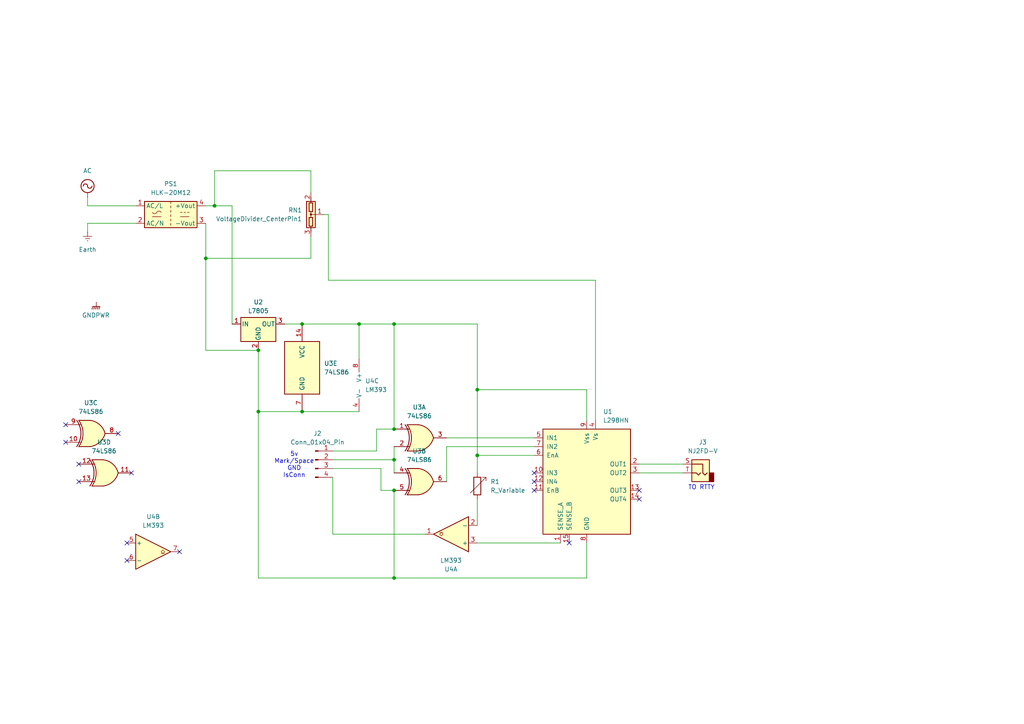
<source format=kicad_sch>
(kicad_sch (version 20231120) (generator "eeschema") (generator_version "8.0")
  (paper "A4")
  (lib_symbols
    (symbol "74xx:74LS86" (pin_names (offset 1.016))
      (property "Reference" "U" (at 0 1.27 0))
      (property "Value" "74LS86" (at 0 -1.27 0))
      (symbol "74LS86_1_0"
        (arc (start -4.4196 -3.81) (mid -3.2033 0) (end -4.4196 3.81) (stroke (width 0.254)))
        (arc (start -3.81 -3.81) (mid -2.589 0) (end -3.81 3.81) (stroke (width 0.254)))
        (arc (start -0.6096 -3.81) (mid 2.1842 -2.5851) (end 3.81 0) (stroke (width 0.254)) (fill (type background)))
        (polyline (pts (xy -3.81 -3.81) (xy -0.635 -3.81)) (stroke (width 0.254)) (fill (type background)))
        (polyline (pts (xy -3.81 3.81) (xy -0.635 3.81)) (stroke (width 0.254)) (fill (type background)))
        (polyline (pts (xy -0.635 3.81) (xy -3.81 3.81) (xy -3.81 3.81) (xy -3.556 3.4036) (xy -3.0226 2.2606) (xy -2.6924 1.0414) (xy -2.6162 -0.254) (xy -2.7686 -1.4986) (xy -3.175 -2.7178) (xy -3.81 -3.81) (xy -3.81 -3.81) (xy -0.635 -3.81)) (stroke (width -25.4)) (fill (type background)))
        (arc (start 3.81 0) (mid 2.1915 2.5936) (end -0.6096 3.81) (stroke (width 0.254)) (fill (type background)))
        (pin input line (at -7.62 2.54 0) (length 4.445) (name "~") (number "1"))
        (pin input line (at -7.62 -2.54 0) (length 4.445) (name "~") (number "2"))
        (pin output line (at 7.62 0 180) (length 3.81) (name "~") (number "3"))
      )
      (symbol "74LS86_1_1"
        (polyline (pts (xy -3.81 -2.54) (xy -3.175 -2.54)) (stroke (width 0.1524)))
        (polyline (pts (xy -3.81 2.54) (xy -3.175 2.54)) (stroke (width 0.1524)))
      )
      (symbol "74LS86_2_0"
        (arc (start -4.4196 -3.81) (mid -3.2033 0) (end -4.4196 3.81) (stroke (width 0.254)))
        (arc (start -3.81 -3.81) (mid -2.589 0) (end -3.81 3.81) (stroke (width 0.254)))
        (arc (start -0.6096 -3.81) (mid 2.1842 -2.5851) (end 3.81 0) (stroke (width 0.254)) (fill (type background)))
        (polyline (pts (xy -3.81 -3.81) (xy -0.635 -3.81)) (stroke (width 0.254)) (fill (type background)))
        (polyline (pts (xy -3.81 3.81) (xy -0.635 3.81)) (stroke (width 0.254)) (fill (type background)))
        (polyline (pts (xy -0.635 3.81) (xy -3.81 3.81) (xy -3.81 3.81) (xy -3.556 3.4036) (xy -3.0226 2.2606) (xy -2.6924 1.0414) (xy -2.6162 -0.254) (xy -2.7686 -1.4986) (xy -3.175 -2.7178) (xy -3.81 -3.81) (xy -3.81 -3.81) (xy -0.635 -3.81)) (stroke (width -25.4)) (fill (type background)))
        (arc (start 3.81 0) (mid 2.1915 2.5936) (end -0.6096 3.81) (stroke (width 0.254)) (fill (type background)))
        (pin input line (at -7.62 2.54 0) (length 4.445) (name "~") (number "4"))
        (pin input line (at -7.62 -2.54 0) (length 4.445) (name "~") (number "5"))
        (pin output line (at 7.62 0 180) (length 3.81) (name "~") (number "6"))
      )
      (symbol "74LS86_2_1"
        (polyline (pts (xy -3.81 -2.54) (xy -3.175 -2.54)) (stroke (width 0.1524)))
        (polyline (pts (xy -3.81 2.54) (xy -3.175 2.54)) (stroke (width 0.1524)))
      )
      (symbol "74LS86_3_0"
        (arc (start -4.4196 -3.81) (mid -3.2033 0) (end -4.4196 3.81) (stroke (width 0.254)))
        (arc (start -3.81 -3.81) (mid -2.589 0) (end -3.81 3.81) (stroke (width 0.254)))
        (arc (start -0.6096 -3.81) (mid 2.1842 -2.5851) (end 3.81 0) (stroke (width 0.254)) (fill (type background)))
        (polyline (pts (xy -3.81 -3.81) (xy -0.635 -3.81)) (stroke (width 0.254)) (fill (type background)))
        (polyline (pts (xy -3.81 3.81) (xy -0.635 3.81)) (stroke (width 0.254)) (fill (type background)))
        (polyline (pts (xy -0.635 3.81) (xy -3.81 3.81) (xy -3.81 3.81) (xy -3.556 3.4036) (xy -3.0226 2.2606) (xy -2.6924 1.0414) (xy -2.6162 -0.254) (xy -2.7686 -1.4986) (xy -3.175 -2.7178) (xy -3.81 -3.81) (xy -3.81 -3.81) (xy -0.635 -3.81)) (stroke (width -25.4)) (fill (type background)))
        (arc (start 3.81 0) (mid 2.1915 2.5936) (end -0.6096 3.81) (stroke (width 0.254)) (fill (type background)))
        (pin input line (at -7.62 -2.54 0) (length 4.445) (name "~") (number "10"))
        (pin output line (at 7.62 0 180) (length 3.81) (name "~") (number "8"))
        (pin input line (at -7.62 2.54 0) (length 4.445) (name "~") (number "9"))
      )
      (symbol "74LS86_3_1"
        (polyline (pts (xy -3.81 -2.54) (xy -3.175 -2.54)) (stroke (width 0.1524)))
        (polyline (pts (xy -3.81 2.54) (xy -3.175 2.54)) (stroke (width 0.1524)))
      )
      (symbol "74LS86_4_0"
        (arc (start -4.4196 -3.81) (mid -3.2033 0) (end -4.4196 3.81) (stroke (width 0.254)))
        (arc (start -3.81 -3.81) (mid -2.589 0) (end -3.81 3.81) (stroke (width 0.254)))
        (arc (start -0.6096 -3.81) (mid 2.1842 -2.5851) (end 3.81 0) (stroke (width 0.254)) (fill (type background)))
        (polyline (pts (xy -3.81 -3.81) (xy -0.635 -3.81)) (stroke (width 0.254)) (fill (type background)))
        (polyline (pts (xy -3.81 3.81) (xy -0.635 3.81)) (stroke (width 0.254)) (fill (type background)))
        (polyline (pts (xy -0.635 3.81) (xy -3.81 3.81) (xy -3.81 3.81) (xy -3.556 3.4036) (xy -3.0226 2.2606) (xy -2.6924 1.0414) (xy -2.6162 -0.254) (xy -2.7686 -1.4986) (xy -3.175 -2.7178) (xy -3.81 -3.81) (xy -3.81 -3.81) (xy -0.635 -3.81)) (stroke (width -25.4)) (fill (type background)))
        (arc (start 3.81 0) (mid 2.1915 2.5936) (end -0.6096 3.81) (stroke (width 0.254)) (fill (type background)))
        (pin output line (at 7.62 0 180) (length 3.81) (name "~") (number "11"))
        (pin input line (at -7.62 2.54 0) (length 4.445) (name "~") (number "12"))
        (pin input line (at -7.62 -2.54 0) (length 4.445) (name "~") (number "13"))
      )
      (symbol "74LS86_4_1"
        (polyline (pts (xy -3.81 -2.54) (xy -3.175 -2.54)) (stroke (width 0.1524)))
        (polyline (pts (xy -3.81 2.54) (xy -3.175 2.54)) (stroke (width 0.1524)))
      )
      (symbol "74LS86_5_0"
        (pin power_in line (at 0 12.7 270) (length 5.08) (name "VCC") (number "14"))
        (pin power_in line (at 0 -12.7 90) (length 5.08) (name "GND") (number "7"))
      )
      (symbol "74LS86_5_1"
        (rectangle (start -5.08 7.62) (end 5.08 -7.62) (stroke (width 0.254)) (fill (type background)))
      )
    )
    (symbol "Comparator:LM393" (pin_names (offset 0.127))
      (property "Reference" "U" (at 3.81 3.81 0))
      (property "Value" "LM393" (at 6.35 -3.81 0))
      (symbol "LM393_1_1"
        (polyline (pts (xy -5.08 5.08) (xy 5.08 0) (xy -5.08 -5.08) (xy -5.08 5.08)) (stroke (width 0.254)) (fill (type background)))
        (polyline (pts (xy 3.302 -0.508) (xy 2.794 -0.508) (xy 3.302 0) (xy 2.794 0.508) (xy 2.286 0) (xy 2.794 -0.508) (xy 2.286 -0.508)) (stroke (width 0.127)))
        (pin open_collector line (at 7.62 0 180) (length 2.54) (name "~") (number "1"))
        (pin input line (at -7.62 -2.54 0) (length 2.54) (name "-") (number "2"))
        (pin input line (at -7.62 2.54 0) (length 2.54) (name "+") (number "3"))
      )
      (symbol "LM393_2_1"
        (polyline (pts (xy -5.08 5.08) (xy 5.08 0) (xy -5.08 -5.08) (xy -5.08 5.08)) (stroke (width 0.254)) (fill (type background)))
        (polyline (pts (xy 3.302 -0.508) (xy 2.794 -0.508) (xy 3.302 0) (xy 2.794 0.508) (xy 2.286 0) (xy 2.794 -0.508) (xy 2.286 -0.508)) (stroke (width 0.127)))
        (pin input line (at -7.62 2.54 0) (length 2.54) (name "+") (number "5"))
        (pin input line (at -7.62 -2.54 0) (length 2.54) (name "-") (number "6"))
        (pin open_collector line (at 7.62 0 180) (length 2.54) (name "~") (number "7"))
      )
      (symbol "LM393_3_1"
        (pin power_in line (at -2.54 -7.62 90) (length 3.81) (name "V-") (number "4"))
        (pin power_in line (at -2.54 7.62 270) (length 3.81) (name "V+") (number "8"))
      )
    )
    (symbol "Connector:Conn_01x04_Pin" (pin_names (offset 1.016) hide)
      (property "Reference" "J" (at 0 5.08 0))
      (property "Value" "Conn_01x04_Pin" (at 0 -7.62 0))
      (symbol "Conn_01x04_Pin_1_1"
        (polyline (pts (xy 1.27 -5.08) (xy 0.8636 -5.08)) (stroke (width 0.1524)))
        (polyline (pts (xy 1.27 -2.54) (xy 0.8636 -2.54)) (stroke (width 0.1524)))
        (polyline (pts (xy 1.27 0) (xy 0.8636 0)) (stroke (width 0.1524)))
        (polyline (pts (xy 1.27 2.54) (xy 0.8636 2.54)) (stroke (width 0.1524)))
        (rectangle (start 0.8636 -4.953) (end 0 -5.207) (stroke (width 0.1524)) (fill (type outline)))
        (rectangle (start 0.8636 -2.413) (end 0 -2.667) (stroke (width 0.1524)) (fill (type outline)))
        (rectangle (start 0.8636 0.127) (end 0 -0.127) (stroke (width 0.1524)) (fill (type outline)))
        (rectangle (start 0.8636 2.667) (end 0 2.413) (stroke (width 0.1524)) (fill (type outline)))
        (pin passive line (at 5.08 2.54 180) (length 3.81) (name "Pin_1") (number "1"))
        (pin passive line (at 5.08 0 180) (length 3.81) (name "Pin_2") (number "2"))
        (pin passive line (at 5.08 -2.54 180) (length 3.81) (name "Pin_3") (number "3"))
        (pin passive line (at 5.08 -5.08 180) (length 3.81) (name "Pin_4") (number "4"))
      )
    )
    (symbol "Connector_Audio:NJ2FD-V"
      (property "Reference" "J" (at 0 8.89 0))
      (property "Value" "NJ2FD-V" (at 0 6.35 0))
      (symbol "NJ2FD-V_0_1"
        (rectangle (start -3.81 0) (end -2.54 -2.54) (stroke (width 0.254)) (fill (type outline)))
        (rectangle (start -2.54 3.81) (end 2.54 -2.54) (stroke (width 0.254)) (fill (type background)))
        (polyline (pts (xy 0 0) (xy 0.635 -0.635) (xy 1.27 0) (xy 2.54 0)) (stroke (width 0.254)))
        (polyline (pts (xy 2.54 2.54) (xy -0.635 2.54) (xy -0.635 0) (xy -1.27 -0.635) (xy -1.905 0)) (stroke (width 0.254)))
      )
      (symbol "NJ2FD-V_1_1"
        (pin passive line (at 5.08 2.54 180) (length 2.54) (name "~") (number "S"))
        (pin passive line (at 5.08 0 180) (length 2.54) (name "~") (number "T"))
      )
    )
    (symbol "Converter_ACDC:HLK-20M12"
      (property "Reference" "PS" (at 0 5.08 0))
      (property "Value" "HLK-20M12" (at 0 -5.08 0))
      (symbol "HLK-20M12_0_1"
        (rectangle (start -7.62 3.81) (end 7.62 -3.81) (stroke (width 0.254)) (fill (type background)))
        (arc (start -5.334 0.635) (mid -4.699 0.2495) (end -4.064 0.635))
        (arc (start -2.794 0.635) (mid -3.429 1.0072) (end -4.064 0.635))
        (polyline (pts (xy -5.334 -0.635) (xy -2.794 -0.635)))
        (polyline (pts (xy 0 -2.54) (xy 0 -3.175)))
        (polyline (pts (xy 0 -1.27) (xy 0 -1.905)))
        (polyline (pts (xy 0 0) (xy 0 -0.635)))
        (polyline (pts (xy 0 1.27) (xy 0 0.635)))
        (polyline (pts (xy 0 2.54) (xy 0 1.905)))
        (polyline (pts (xy 0 3.81) (xy 0 3.175)))
        (polyline (pts (xy 2.794 -0.635) (xy 5.334 -0.635)))
        (polyline (pts (xy 2.794 0.635) (xy 3.302 0.635)))
        (polyline (pts (xy 3.81 0.635) (xy 4.318 0.635)))
        (polyline (pts (xy 4.826 0.635) (xy 5.334 0.635)))
      )
      (symbol "HLK-20M12_1_1"
        (pin power_in line (at -10.16 2.54 0) (length 2.54) (name "AC/L") (number "1"))
        (pin power_in line (at -10.16 -2.54 0) (length 2.54) (name "AC/N") (number "2"))
        (pin power_out line (at 10.16 -2.54 180) (length 2.54) (name "-Vout") (number "3"))
        (pin power_out line (at 10.16 2.54 180) (length 2.54) (name "+Vout") (number "4"))
      )
    )
    (symbol "Device:R_Variable" (pin_numbers hide) (pin_names (offset 0))
      (property "Reference" "R" (at 2.54 -2.54 90))
      (property "Value" "R_Variable" (at -2.54 -1.27 90))
      (symbol "R_Variable_0_1"
        (rectangle (start -1.016 -2.54) (end 1.016 2.54) (stroke (width 0.254)))
        (polyline (pts (xy 2.54 1.524) (xy 2.54 2.54) (xy 1.524 2.54) (xy 2.54 2.54) (xy -2.032 -2.032)))
      )
      (symbol "R_Variable_1_1"
        (pin passive line (at 0 3.81 270) (length 1.27) (name "~") (number "1"))
        (pin passive line (at 0 -3.81 90) (length 1.27) (name "~") (number "2"))
      )
    )
    (symbol "Device:VoltageDivider_CenterPin1" (pin_names (offset 0) hide)
      (property "Reference" "RN" (at -4.445 0 90))
      (property "Value" "VoltageDivider_CenterPin1" (at -2.54 0 90))
      (symbol "VoltageDivider_CenterPin1_0_1"
        (rectangle (start -1.27 -3.81) (end 1.27 3.81) (stroke (width 0.254)) (fill (type background)))
        (rectangle (start -0.508 -3.3782) (end 0.508 -0.8382) (stroke (width 0.254)))
        (rectangle (start -0.508 3.3782) (end 0.508 0.8382) (stroke (width 0.254)))
        (polyline (pts (xy 0 -5.08) (xy 0 -3.429)))
        (polyline (pts (xy 0 0.889) (xy 0 -0.889)))
        (polyline (pts (xy 0 5.08) (xy 0 3.3782)))
        (polyline (pts (xy 1.27 0) (xy 0 0)))
        (circle (center 0 0.0254) (radius 0.254) (fill (type outline)))
      )
      (symbol "VoltageDivider_CenterPin1_1_1"
        (pin passive line (at 3.81 0 180) (length 2.54) (name "~") (number "1"))
        (pin passive line (at 0 6.35 270) (length 2.54) (name "~") (number "2"))
        (pin passive line (at 0 -6.35 90) (length 2.54) (name "~") (number "3"))
      )
    )
    (symbol "Driver_Motor:L298HN" (pin_names (offset 1.016))
      (property "Reference" "U" (at -10.16 16.51 0))
      (property "Value" "L298HN" (at 12.7 16.51 0))
      (symbol "L298HN_0_1"
        (rectangle (start -12.7 15.24) (end 12.7 -15.24) (stroke (width 0.254)) (fill (type background)))
      )
      (symbol "L298HN_1_1"
        (pin power_in line (at -7.62 -17.78 90) (length 2.54) (name "SENSE_A") (number "1"))
        (pin input line (at -15.24 2.54 0) (length 2.54) (name "IN3") (number "10"))
        (pin input line (at -15.24 -2.54 0) (length 2.54) (name "EnB") (number "11"))
        (pin input line (at -15.24 0 0) (length 2.54) (name "IN4") (number "12"))
        (pin output line (at 15.24 -2.54 180) (length 2.54) (name "OUT3") (number "13"))
        (pin output line (at 15.24 -5.08 180) (length 2.54) (name "OUT4") (number "14"))
        (pin power_in line (at -5.08 -17.78 90) (length 2.54) (name "SENSE_B") (number "15"))
        (pin output line (at 15.24 5.08 180) (length 2.54) (name "OUT1") (number "2"))
        (pin output line (at 15.24 2.54 180) (length 2.54) (name "OUT2") (number "3"))
        (pin power_in line (at 2.54 17.78 270) (length 2.54) (name "Vs") (number "4"))
        (pin input line (at -15.24 12.7 0) (length 2.54) (name "IN1") (number "5"))
        (pin input line (at -15.24 7.62 0) (length 2.54) (name "EnA") (number "6"))
        (pin input line (at -15.24 10.16 0) (length 2.54) (name "IN2") (number "7"))
        (pin power_in line (at 0 -17.78 90) (length 2.54) (name "GND") (number "8"))
        (pin power_in line (at 0 17.78 270) (length 2.54) (name "Vss") (number "9"))
      )
    )
    (symbol "Regulator_Linear:L7805" (pin_names (offset 0.254))
      (property "Reference" "U" (at -3.81 3.175 0))
      (property "Value" "L7805" (at 0 3.175 0))
      (symbol "L7805_0_1"
        (rectangle (start -5.08 1.905) (end 5.08 -5.08) (stroke (width 0.254)) (fill (type background)))
      )
      (symbol "L7805_1_1"
        (pin power_in line (at -7.62 0 0) (length 2.54) (name "IN") (number "1"))
        (pin power_in line (at 0 -7.62 90) (length 2.54) (name "GND") (number "2"))
        (pin power_out line (at 7.62 0 180) (length 2.54) (name "OUT") (number "3"))
      )
    )
    (symbol "power:AC" (power) (pin_numbers hide) (pin_names (offset 0) hide)
      (property "Value" "AC" (at 0 6.35 0))
      (symbol "AC_0_1"
        (polyline (pts (xy 0 0) (xy 0 1.27)))
        (arc (start 0 3.175) (mid -0.635 3.8073) (end -1.27 3.175) (stroke (width 0.254)))
        (arc (start 0 3.175) (mid 0.635 2.5427) (end 1.27 3.175) (stroke (width 0.254)))
        (circle (center 0 3.175) (radius 1.905) (stroke (width 0.254)))
      )
      (symbol "AC_1_1"
        (pin power_in line (at 0 0 90) (length 0) (name "~") (number "1"))
      )
    )
    (symbol "power:Earth" (power) (pin_numbers hide) (pin_names (offset 0) hide)
      (property "Value" "Earth" (at 0 -3.81 0))
      (symbol "Earth_0_1"
        (polyline (pts (xy -0.635 -1.905) (xy 0.635 -1.905)))
        (polyline (pts (xy -0.127 -2.54) (xy 0.127 -2.54)))
        (polyline (pts (xy 0 -1.27) (xy 0 0)))
        (polyline (pts (xy 1.27 -1.27) (xy -1.27 -1.27)))
      )
      (symbol "Earth_1_1"
        (pin power_in line (at 0 0 270) (length 0) (name "~") (number "1"))
      )
    )
    (symbol "power:GNDPWR" (power) (pin_numbers hide) (pin_names (offset 0) hide)
      (property "Value" "GNDPWR" (at 0 -3.302 0))
      (symbol "GNDPWR_0_1"
        (polyline (pts (xy 0 -1.27) (xy 0 0)))
        (polyline (pts (xy -1.016 -1.27) (xy -1.27 -2.032) (xy -1.27 -2.032)) (stroke (width 0.2032)))
        (polyline (pts (xy -0.508 -1.27) (xy -0.762 -2.032) (xy -0.762 -2.032)) (stroke (width 0.2032)))
        (polyline (pts (xy 0 -1.27) (xy -0.254 -2.032) (xy -0.254 -2.032)) (stroke (width 0.2032)))
        (polyline (pts (xy 0.508 -1.27) (xy 0.254 -2.032) (xy 0.254 -2.032)) (stroke (width 0.2032)))
        (polyline (pts (xy 1.016 -1.27) (xy -1.016 -1.27) (xy -1.016 -1.27)) (stroke (width 0.2032)))
        (polyline (pts (xy 1.016 -1.27) (xy 0.762 -2.032) (xy 0.762 -2.032) (xy 0.762 -2.032)) (stroke (width 0.2032)))
      )
      (symbol "GNDPWR_1_1"
        (pin power_in line (at 0 0 270) (length 0) (name "~") (number "1"))
      )
    )
  )
  (junction (at 59.69 74.93))
  (junction (at 114.3 93.98))
  (junction (at 104.14 93.98))
  (junction (at 114.3 133.35))
  (junction (at 114.3 167.64))
  (junction (at 74.93 101.6))
  (junction (at 114.3 124.46))
  (junction (at 62.23 59.69))
  (junction (at 138.43 132.08))
  (junction (at 138.43 113.03))
  (junction (at 74.93 119.38))
  (junction (at 87.63 119.38))
  (junction (at 87.63 93.98))
  (junction (at 114.3 142.24))
  (no_connect (at 185.42 144.78))
  (no_connect (at 19.05 123.19))
  (no_connect (at 154.94 137.16))
  (no_connect (at 154.94 142.24))
  (no_connect (at 52.07 160.02))
  (no_connect (at 22.86 134.62))
  (no_connect (at 19.05 128.27))
  (no_connect (at 185.42 142.24))
  (no_connect (at 34.29 125.73))
  (no_connect (at 154.94 139.7))
  (no_connect (at 38.1 137.16))
  (no_connect (at 36.83 162.56))
  (no_connect (at 36.83 157.48))
  (no_connect (at 165.1 157.48))
  (no_connect (at 22.86 139.7))
  (wire (pts (xy 90.17 49.53) (xy 90.17 55.88)))
  (wire (pts (xy 170.18 167.64) (xy 170.18 157.48)))
  (wire (pts (xy 114.3 167.64) (xy 170.18 167.64)))
  (wire (pts (xy 138.43 157.48) (xy 162.56 157.48)))
  (wire (pts (xy 110.49 135.89) (xy 110.49 142.24)))
  (wire (pts (xy 74.93 119.38) (xy 74.93 167.64)))
  (wire (pts (xy 59.69 101.6) (xy 74.93 101.6)))
  (wire (pts (xy 59.69 74.93) (xy 59.69 101.6)))
  (wire (pts (xy 39.37 64.77) (xy 25.4 64.77)))
  (wire (pts (xy 62.23 59.69) (xy 62.23 49.53)))
  (wire (pts (xy 138.43 132.08) (xy 138.43 113.03)))
  (wire (pts (xy 87.63 93.98) (xy 104.14 93.98)))
  (wire (pts (xy 87.63 119.38) (xy 104.14 119.38)))
  (wire (pts (xy 104.14 93.98) (xy 114.3 93.98)))
  (wire (pts (xy 62.23 49.53) (xy 90.17 49.53)))
  (wire (pts (xy 123.19 154.94) (xy 96.52 154.94)))
  (wire (pts (xy 185.42 137.16) (xy 198.12 137.16)))
  (wire (pts (xy 74.93 167.64) (xy 114.3 167.64)))
  (wire (pts (xy 114.3 93.98) (xy 114.3 124.46)))
  (wire (pts (xy 110.49 142.24) (xy 114.3 142.24)))
  (wire (pts (xy 104.14 93.98) (xy 104.14 104.14)))
  (wire (pts (xy 74.93 101.6) (xy 74.93 119.38)))
  (wire (pts (xy 96.52 135.89) (xy 110.49 135.89)))
  (wire (pts (xy 82.55 93.98) (xy 87.63 93.98)))
  (wire (pts (xy 138.43 144.78) (xy 138.43 152.4)))
  (wire (pts (xy 114.3 129.54) (xy 114.3 133.35)))
  (wire (pts (xy 172.72 81.28) (xy 172.72 121.92)))
  (wire (pts (xy 67.31 93.98) (xy 67.31 59.69)))
  (wire (pts (xy 138.43 113.03) (xy 138.43 93.98)))
  (wire (pts (xy 129.54 139.7) (xy 129.54 129.54)))
  (wire (pts (xy 138.43 132.08) (xy 154.94 132.08)))
  (wire (pts (xy 90.17 68.58) (xy 90.17 74.93)))
  (wire (pts (xy 109.22 130.81) (xy 109.22 124.46)))
  (wire (pts (xy 114.3 93.98) (xy 138.43 93.98)))
  (wire (pts (xy 59.69 59.69) (xy 62.23 59.69)))
  (wire (pts (xy 96.52 130.81) (xy 109.22 130.81)))
  (wire (pts (xy 109.22 124.46) (xy 114.3 124.46)))
  (wire (pts (xy 114.3 142.24) (xy 114.3 167.64)))
  (wire (pts (xy 25.4 59.69) (xy 25.4 57.15)))
  (wire (pts (xy 138.43 113.03) (xy 170.18 113.03)))
  (wire (pts (xy 114.3 133.35) (xy 114.3 137.16)))
  (wire (pts (xy 170.18 121.92) (xy 170.18 113.03)))
  (wire (pts (xy 74.93 119.38) (xy 87.63 119.38)))
  (wire (pts (xy 25.4 64.77) (xy 25.4 67.31)))
  (wire (pts (xy 59.69 64.77) (xy 59.69 74.93)))
  (wire (pts (xy 95.25 81.28) (xy 172.72 81.28)))
  (wire (pts (xy 129.54 127) (xy 154.94 127)))
  (wire (pts (xy 59.69 74.93) (xy 90.17 74.93)))
  (wire (pts (xy 95.25 62.23) (xy 93.98 62.23)))
  (wire (pts (xy 67.31 59.69) (xy 62.23 59.69)))
  (wire (pts (xy 138.43 132.08) (xy 138.43 137.16)))
  (wire (pts (xy 129.54 129.54) (xy 154.94 129.54)))
  (wire (pts (xy 185.42 134.62) (xy 198.12 134.62)))
  (wire (pts (xy 95.25 81.28) (xy 95.25 62.23)))
  (wire (pts (xy 39.37 59.69) (xy 25.4 59.69)))
  (wire (pts (xy 96.52 154.94) (xy 96.52 138.43)))
  (wire (pts (xy 96.52 133.35) (xy 114.3 133.35)))
  (text "TO RTTY" (at 203.454 141.478 0) (effects (font (size 1.27 1.27))))
  (text "5v\nMark/Space\nGND\nIsConn" (at 85.344 134.874 0) (effects (font (size 1.27 1.27))))
  (symbol (lib_id "Converter_ACDC:HLK-20M12") (at 49.53 62.23 0) (unit 1)
    (property "Reference" "PS1" (at 49.53 53.34 0))
    (property "Value" "HLK-20M12" (at 49.53 55.88 0))
    (property "Footprint" "Converter_ACDC:Converter_ACDC_Hi-Link_HLK-20Mxx" (effects (hide yes)))
    (property "Datasheet" "https://h.hlktech.com/download/ACDC%E7%94%B5%E6%BA%90%E6%A8%A1%E5%9D%9720W%E7%B3%BB%E5%88%97/1/%E6%B5%B7%E5%87%8C%E7%A7%9120W%E7%B3%BB%E5%88%97%E7%94%B5%E6%BA%90%E6%A8%A1%E5%9D%97%E8%A7%84%E6%A0%BC%E4%B9%A6V1.6.pdf" (effects (hide yes)))
    (property "Description" "Compact AC/DC board mount power module 20W 12V" (effects (hide yes)))
  )
  (symbol (lib_id "74xx:74LS86") (at 30.48 137.16 0) (unit 4)
    (property "Reference" "U3" (at 30.1752 128.27 0))
    (property "Value" "74LS86" (at 30.1752 130.81 0))
    (property "Datasheet" "74xx/74ls86.pdf" (effects (hide yes)))
    (property "Description" "Quad 2-input XOR" (effects (hide yes)))
  )
  (symbol (lib_id "Comparator:LM393") (at 44.45 160.02 0) (unit 2)
    (property "Reference" "U4" (at 44.45 149.86 0))
    (property "Value" "LM393" (at 44.45 152.4 0))
    (property "Datasheet" "http://www.ti.com/lit/ds/symlink/lm393.pdf" (effects (hide yes)))
    (property "Description" "Low-Power, Low-Offset Voltage, Dual Comparators, DIP-8/SOIC-8/TO-99-8" (effects (hide yes)))
  )
  (symbol (lib_id "Connector:Conn_01x04_Pin") (at 91.44 133.35 0) (unit 1)
    (property "Reference" "J2" (at 92.075 125.73 0))
    (property "Value" "Conn_01x04_Pin" (at 92.075 128.27 0))
    (property "Description" "Generic connector, single row, 01x04, script generated" (effects (hide yes)))
  )
  (symbol (lib_id "power:GNDPWR") (at 27.94 87.63 0) (unit 1)
    (property "Reference" "#PWR03" (effects (hide yes)))
    (property "Value" "GNDPWR" (at 27.813 91.44 0))
    (property "Description" "Power symbol creates a global label with name \"GNDPWR\" , global ground" (effects (hide yes)))
  )
  (symbol (lib_id "Device:R_Variable") (at 138.43 140.97 0) (unit 1)
    (property "Reference" "R1" (at 142.24 139.6999 0) (effects (justify left)))
    (property "Value" "R_Variable" (at 142.24 142.2399 0) (effects (justify left)))
    (property "Description" "Variable resistor" (effects (hide yes)))
  )
  (symbol (lib_id "74xx:74LS86") (at 121.92 127 0) (unit 1)
    (property "Reference" "U3" (at 121.6152 118.11 0))
    (property "Value" "74LS86" (at 121.6152 120.65 0))
    (property "Datasheet" "74xx/74ls86.pdf" (effects (hide yes)))
    (property "Description" "Quad 2-input XOR" (effects (hide yes)))
  )
  (symbol (lib_id "Comparator:LM393") (at 106.68 111.76 0) (unit 3)
    (property "Reference" "U4" (at 105.918 110.49 0) (effects (justify left)))
    (property "Value" "LM393" (at 105.918 113.03 0) (effects (justify left)))
    (property "Datasheet" "http://www.ti.com/lit/ds/symlink/lm393.pdf" (effects (hide yes)))
    (property "Description" "Low-Power, Low-Offset Voltage, Dual Comparators, DIP-8/SOIC-8/TO-99-8" (effects (hide yes)))
  )
  (symbol (lib_id "74xx:74LS86") (at 121.92 139.7 0) (unit 2)
    (property "Reference" "U3" (at 121.6152 130.81 0))
    (property "Value" "74LS86" (at 121.6152 133.35 0))
    (property "Datasheet" "74xx/74ls86.pdf" (effects (hide yes)))
    (property "Description" "Quad 2-input XOR" (effects (hide yes)))
  )
  (symbol (lib_id "74xx:74LS86") (at 26.67 125.73 0) (unit 3)
    (property "Reference" "U3" (at 26.3652 116.84 0))
    (property "Value" "74LS86" (at 26.3652 119.38 0))
    (property "Datasheet" "74xx/74ls86.pdf" (effects (hide yes)))
    (property "Description" "Quad 2-input XOR" (effects (hide yes)))
  )
  (symbol (lib_id "Device:VoltageDivider_CenterPin1") (at 90.17 62.23 0) (unit 1)
    (property "Reference" "RN1" (at 87.63 60.9599 0) (effects (justify right)))
    (property "Value" "VoltageDivider_CenterPin1" (at 87.63 63.4999 0) (effects (justify right)))
    (property "Description" "Voltage divider, center on pin 1" (effects (hide yes)))
  )
  (symbol (lib_id "Regulator_Linear:L7805") (at 74.93 93.98 0) (unit 1)
    (property "Reference" "U2" (at 74.93 87.63 0))
    (property "Value" "L7805" (at 74.93 90.17 0))
    (property "Datasheet" "http://www.st.com/content/ccc/resource/technical/document/datasheet/41/4f/b3/b0/12/d4/47/88/CD00000444.pdf/files/CD00000444.pdf/jcr:content/translations/en.CD00000444.pdf" (effects (hide yes)))
    (property "Description" "Positive 1.5A 35V Linear Regulator, Fixed Output 5V, TO-220/TO-263/TO-252" (effects (hide yes)))
  )
  (symbol (lib_id "Driver_Motor:L298HN") (at 170.18 139.7 0) (unit 1)
    (property "Reference" "U1" (at 174.9141 119.38 0) (effects (justify left)))
    (property "Value" "L298HN" (at 174.9141 121.92 0) (effects (justify left)))
    (property "Footprint" "Package_TO_SOT_THT:TO-220-15_P2.54x2.54mm_StaggerOdd_Lead5.84mm_TabDown" (effects (hide yes)))
    (property "Datasheet" "http://www.st.com/st-web-ui/static/active/en/resource/technical/document/datasheet/CD00000240.pdf" (effects (hide yes)))
    (property "Description" "Dual full bridge motor driver, up to 46V, 4A, Multiwatt15-H" (effects (hide yes)))
  )
  (symbol (lib_id "Comparator:LM393") (at 130.81 154.94 180) (unit 1)
    (property "Reference" "U4" (at 130.81 165.1 0))
    (property "Value" "LM393" (at 130.81 162.56 0))
    (property "Datasheet" "http://www.ti.com/lit/ds/symlink/lm393.pdf" (effects (hide yes)))
    (property "Description" "Low-Power, Low-Offset Voltage, Dual Comparators, DIP-8/SOIC-8/TO-99-8" (effects (hide yes)))
  )
  (symbol (lib_id "power:Earth") (at 25.4 67.31 0) (unit 1)
    (property "Reference" "#PWR02" (effects (hide yes)))
    (property "Value" "Earth" (at 25.4 72.39 0))
    (property "Description" "Power symbol creates a global label with name \"Earth\"" (effects (hide yes)))
  )
  (symbol (lib_id "Connector_Audio:NJ2FD-V") (at 203.2 137.16 0) (mirror y) (unit 1)
    (property "Reference" "J3" (at 203.835 128.27 0))
    (property "Value" "NJ2FD-V" (at 203.835 130.81 0))
    (property "Footprint" "Connector_Audio:Jack_6.35mm_Neutrik_NJ2FD-V_Vertical" (effects (hide yes)))
    (property "Datasheet" "https://www.neutrik.com/en/product/nj2fd-v" (effects (hide yes)))
    (property "Description" "6.35mm (1/4 in) Vertical Jack, Non-switching mono jack (T/S)" (effects (hide yes)))
  )
  (symbol (lib_id "power:AC") (at 25.4 57.15 0) (unit 1)
    (property "Reference" "#PWR01" (effects (hide yes)))
    (property "Value" "AC" (at 25.4 49.53 0))
    (property "Description" "Power symbol creates a global label with name \"AC\"" (effects (hide yes)))
  )
  (symbol (lib_id "74xx:74LS86") (at 87.63 106.68 0) (unit 5)
    (property "Reference" "U3" (at 93.98 105.4099 0) (effects (justify left)))
    (property "Value" "74LS86" (at 93.98 107.9499 0) (effects (justify left)))
    (property "Datasheet" "74xx/74ls86.pdf" (effects (hide yes)))
    (property "Description" "Quad 2-input XOR" (effects (hide yes)))
  )
)
</source>
